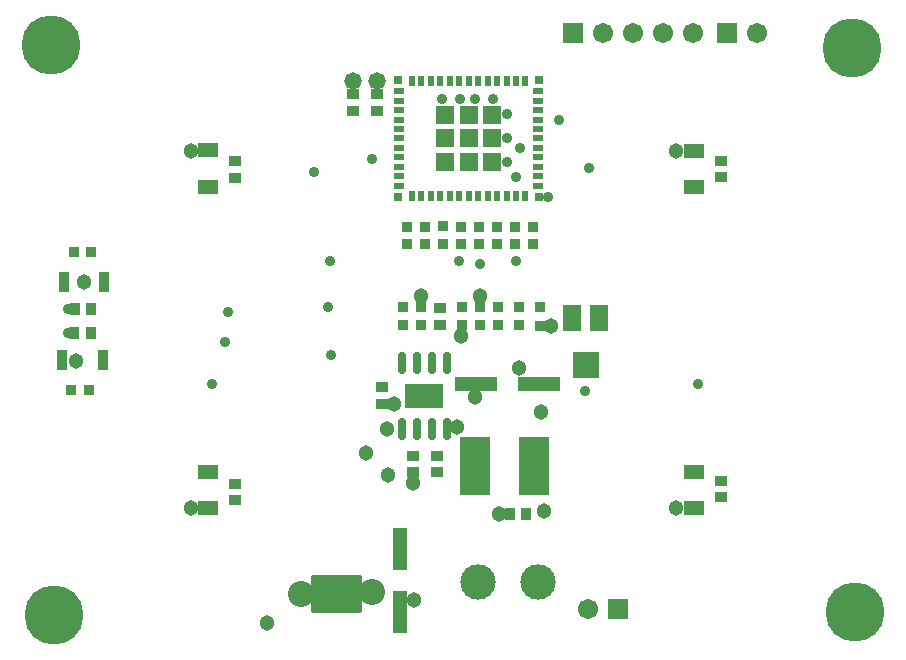
<source format=gts>
G04*
G04 #@! TF.GenerationSoftware,Altium Limited,Altium Designer,24.10.1 (45)*
G04*
G04 Layer_Color=8388736*
%FSLAX25Y25*%
%MOIN*%
G70*
G04*
G04 #@! TF.SameCoordinates,2527C48D-E229-4BF9-9412-56DB5BB32D7D*
G04*
G04*
G04 #@! TF.FilePolarity,Negative*
G04*
G01*
G75*
%ADD39R,0.03575X0.03802*%
%ADD40R,0.06102X0.06102*%
%ADD41R,0.03543X0.01969*%
%ADD42R,0.01969X0.03543*%
%ADD43R,0.03150X0.03150*%
%ADD44R,0.14179X0.05124*%
%ADD45R,0.12605X0.08274*%
%ADD46O,0.02762X0.07487*%
%ADD47R,0.09849X0.19691*%
%ADD48R,0.03550X0.03550*%
%ADD49R,0.03550X0.07093*%
%ADD50R,0.05906X0.08661*%
%ADD51R,0.08661X0.08661*%
%ADD52R,0.07087X0.05118*%
G04:AMPARAMS|DCode=53|XSize=98mil|YSize=128mil|CornerRadius=6.25mil|HoleSize=0mil|Usage=FLASHONLY|Rotation=0.000|XOffset=0mil|YOffset=0mil|HoleType=Round|Shape=RoundedRectangle|*
%AMROUNDEDRECTD53*
21,1,0.09800,0.11550,0,0,0.0*
21,1,0.08550,0.12800,0,0,0.0*
1,1,0.01250,0.04275,-0.05775*
1,1,0.01250,-0.04275,-0.05775*
1,1,0.01250,-0.04275,0.05775*
1,1,0.01250,0.04275,0.05775*
%
%ADD53ROUNDEDRECTD53*%
%ADD54R,0.03802X0.03575*%
%ADD55R,0.03550X0.03943*%
%ADD56R,0.03943X0.03550*%
%ADD57R,0.05124X0.14179*%
%ADD58C,0.03556*%
%ADD59R,0.06706X0.06706*%
%ADD60C,0.06706*%
%ADD61C,0.11800*%
%ADD62C,0.19685*%
%ADD63C,0.05131*%
%ADD64C,0.08674*%
%ADD65C,0.05800*%
%ADD66C,0.03200*%
D39*
X-38989Y-27757D02*
D03*
X-44920D02*
D03*
X-45793Y-73591D02*
D03*
X-39862D02*
D03*
D40*
X79030Y17904D02*
D03*
X86805D02*
D03*
X94581D02*
D03*
Y10129D02*
D03*
Y2353D02*
D03*
X86805D02*
D03*
X79030D02*
D03*
Y10129D02*
D03*
X86805D02*
D03*
D41*
X63577Y25877D02*
D03*
Y22727D02*
D03*
Y19578D02*
D03*
Y16428D02*
D03*
Y13278D02*
D03*
Y10129D02*
D03*
Y6979D02*
D03*
Y3830D02*
D03*
Y680D02*
D03*
Y-2470D02*
D03*
Y-5619D02*
D03*
X110034D02*
D03*
Y-2470D02*
D03*
Y680D02*
D03*
Y3830D02*
D03*
Y6979D02*
D03*
Y10129D02*
D03*
Y13278D02*
D03*
Y16428D02*
D03*
Y19578D02*
D03*
Y22727D02*
D03*
Y25877D02*
D03*
D42*
X67908Y-9162D02*
D03*
X71057D02*
D03*
X74207D02*
D03*
X77356D02*
D03*
X80506D02*
D03*
X83656D02*
D03*
X86805D02*
D03*
X89955D02*
D03*
X93104D02*
D03*
X96254D02*
D03*
X99404D02*
D03*
X102553D02*
D03*
X105703D02*
D03*
Y29420D02*
D03*
X102553D02*
D03*
X99404D02*
D03*
X96254D02*
D03*
X93104D02*
D03*
X89955D02*
D03*
X86805D02*
D03*
X83656D02*
D03*
X80506D02*
D03*
X77356D02*
D03*
X74207D02*
D03*
X71057D02*
D03*
X67908D02*
D03*
D43*
X110230Y29617D02*
D03*
Y-9359D02*
D03*
X63380D02*
D03*
Y29617D02*
D03*
D44*
X110111Y-71624D02*
D03*
X89088D02*
D03*
D45*
X72034Y-75580D02*
D03*
D46*
X79599Y-64794D02*
D03*
X74599D02*
D03*
X69599D02*
D03*
X64600D02*
D03*
X79599Y-86625D02*
D03*
X74599D02*
D03*
X69599D02*
D03*
X64600D02*
D03*
D47*
X108686Y-99000D02*
D03*
X89000D02*
D03*
D48*
X110439Y-45985D02*
D03*
X110467Y-52280D02*
D03*
D49*
X-34857Y-37625D02*
D03*
X-48243D02*
D03*
X-48605Y-63625D02*
D03*
X-35219D02*
D03*
D50*
X130333Y-49706D02*
D03*
X121277D02*
D03*
D51*
X125805Y-65454D02*
D03*
D52*
X162000Y-6138D02*
D03*
Y6067D02*
D03*
X4Y-6072D02*
D03*
Y6133D02*
D03*
X162010Y-113109D02*
D03*
Y-100903D02*
D03*
X38Y-113132D02*
D03*
Y-100927D02*
D03*
D53*
X46099Y-141625D02*
D03*
X39099D02*
D03*
D54*
X70848Y-52082D02*
D03*
Y-46151D02*
D03*
X102262Y-19247D02*
D03*
Y-25178D02*
D03*
X90262D02*
D03*
Y-19247D02*
D03*
X96262Y-25178D02*
D03*
Y-19247D02*
D03*
X72262Y-25144D02*
D03*
Y-19213D02*
D03*
X66262D02*
D03*
Y-25144D02*
D03*
X84262Y-19213D02*
D03*
Y-25144D02*
D03*
X108262D02*
D03*
Y-19213D02*
D03*
X78262Y-25109D02*
D03*
Y-19178D02*
D03*
X64848Y-52082D02*
D03*
Y-46151D02*
D03*
X103430D02*
D03*
Y-52082D02*
D03*
X96659D02*
D03*
Y-46151D02*
D03*
X90659D02*
D03*
Y-52082D02*
D03*
X84426Y-52063D02*
D03*
Y-46132D02*
D03*
D55*
X100489Y-115000D02*
D03*
X106000D02*
D03*
X-39156Y-54624D02*
D03*
X-44667D02*
D03*
X-39039Y-46625D02*
D03*
X-44550D02*
D03*
D56*
X76240Y-101083D02*
D03*
Y-95572D02*
D03*
X68240D02*
D03*
Y-101083D02*
D03*
X48262Y19311D02*
D03*
Y24822D02*
D03*
X56262D02*
D03*
Y19311D02*
D03*
X77205Y-51948D02*
D03*
Y-46437D02*
D03*
X171000Y-109511D02*
D03*
Y-104000D02*
D03*
X171000Y2755D02*
D03*
Y-2756D02*
D03*
X9000Y-110511D02*
D03*
Y-105000D02*
D03*
Y2511D02*
D03*
Y-3000D02*
D03*
X58034Y-78336D02*
D03*
Y-72825D02*
D03*
D57*
X64001Y-126788D02*
D03*
Y-147811D02*
D03*
D58*
X126750Y450D02*
D03*
X1076Y-71751D02*
D03*
X35249Y-1076D02*
D03*
X163076Y-71751D02*
D03*
X113064Y-9386D02*
D03*
X40000Y-46000D02*
D03*
X41000Y-62000D02*
D03*
X104000Y7000D02*
D03*
X117000Y16428D02*
D03*
X-46708Y-54624D02*
D03*
Y-46625D02*
D03*
X40600Y-30625D02*
D03*
X102600Y-2625D02*
D03*
X5599Y-57625D02*
D03*
X54599Y3375D02*
D03*
X6600Y-47625D02*
D03*
X83600Y-30625D02*
D03*
X125600Y-74184D02*
D03*
X102600Y-30625D02*
D03*
X90600Y-31625D02*
D03*
X99599Y2375D02*
D03*
Y10375D02*
D03*
Y18375D02*
D03*
X95034Y23420D02*
D03*
X84034D02*
D03*
X78034D02*
D03*
X89034D02*
D03*
D59*
X121599Y45375D02*
D03*
X173000D02*
D03*
X136600Y-146625D02*
D03*
D60*
X131599Y45375D02*
D03*
X141600D02*
D03*
X151600D02*
D03*
X161600D02*
D03*
X183000D02*
D03*
X126600Y-146625D02*
D03*
D61*
X110001Y-137811D02*
D03*
X90001D02*
D03*
D62*
X214599Y40375D02*
D03*
X215599Y-147625D02*
D03*
X-51401Y-148625D02*
D03*
X-52400Y41375D02*
D03*
D63*
X-5815Y6062D02*
D03*
X155816Y6068D02*
D03*
X68187Y-104658D02*
D03*
X61905Y-78276D02*
D03*
X84310Y-55627D02*
D03*
X71048Y-42401D02*
D03*
X90661Y-42436D02*
D03*
X114147Y-52277D02*
D03*
X68606Y-143779D02*
D03*
X96733Y-114953D02*
D03*
X82899Y-85899D02*
D03*
X89000Y-76000D02*
D03*
X112000Y-114000D02*
D03*
X111000Y-81000D02*
D03*
X19600Y-151446D02*
D03*
X-43945Y-64045D02*
D03*
X-41550Y-37625D02*
D03*
X52600Y-94625D02*
D03*
X59825Y-102155D02*
D03*
X59600Y-86625D02*
D03*
X103430Y-66456D02*
D03*
X155952Y-113097D02*
D03*
X-5916Y-113182D02*
D03*
D64*
X30882Y-141604D02*
D03*
X54405Y-141159D02*
D03*
D65*
X56207Y29348D02*
D03*
X48231Y29276D02*
D03*
D66*
X74068Y-73741D02*
D03*
Y-77678D02*
D03*
X70131D02*
D03*
Y-73741D02*
D03*
M02*

</source>
